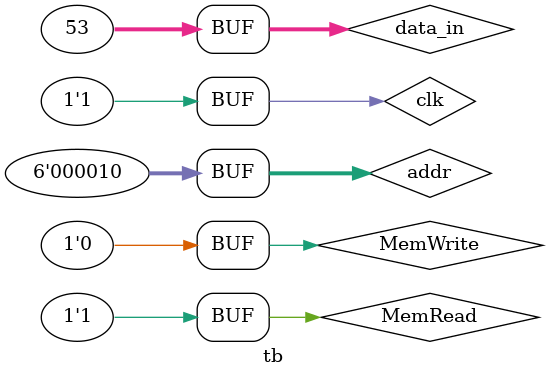
<source format=v>
`timescale 1ns / 1ps

module tb();
reg clk,MemRead,MemWrite;
reg [5:0] addr;
reg [31:0] data_in;
wire [31:0] data_out;
parameter PERIOD=10;

DataMem DM(clk, MemRead, MemWrite, addr, data_in, data_out);

always begin
clk = 1'b0;
#(PERIOD/2) clk = 1'b1;
#(PERIOD/2);
end


initial begin

MemWrite=0;
MemRead=0;
addr=0;
data_in=0;
#10

MemWrite=1;
addr=0;
data_in=32'd39;
MemRead=1;
#10;

MemWrite=0;
addr=1;
data_in=32'd22;
#10;

MemRead=1;
addr=2;
data_in=32'd53;

end

endmodule

</source>
